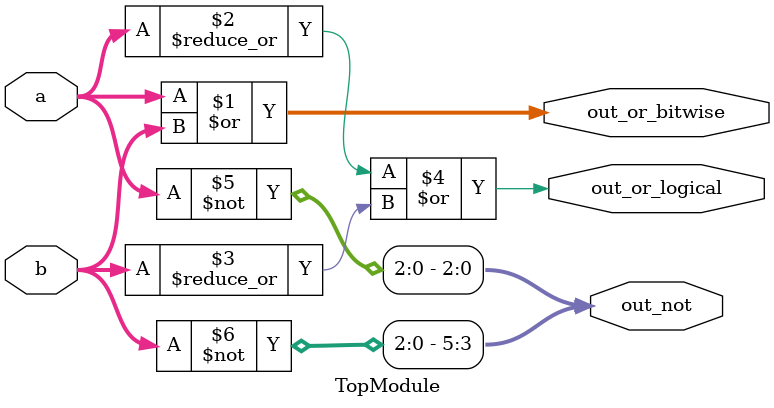
<source format=sv>

module TopModule (
  input [2:0] a,
  input [2:0] b,
  output [2:0] out_or_bitwise,
  output out_or_logical,
  output [5:0] out_not
);

assign out_or_bitwise = a | b;
assign out_or_logical = |a | |b;
assign out_not = {~b, ~a};
endmodule

</source>
